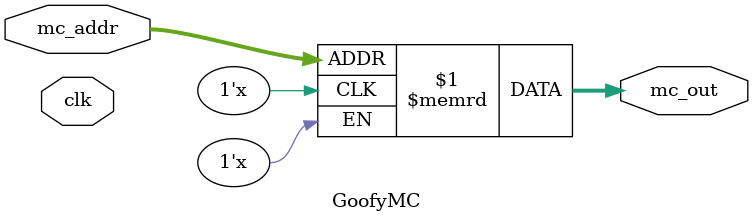
<source format=v>
module GoofyMC (
	input clk,

	input [11:0] mc_addr,
	output [63:0] mc_out
);
	reg [63:0] memory [0:12'hFFF];

	assign mc_out = memory[mc_addr];

	initial begin
		`ifdef MICROCODE
				$readmemh(`MICROCODE, memory);
		`endif
    end
endmodule
</source>
